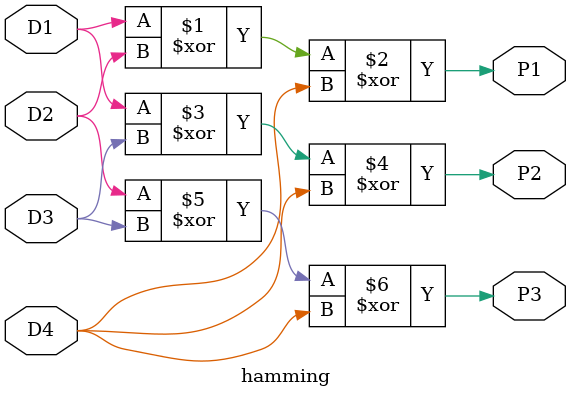
<source format=sv>


module hamming(P1,P2,D1,P3,D2,D3,D4);
  input D1,D2,D3,D4;
  output P1,P2,P3;
  
  assign P1 = D1^D2^D4;
  assign P2 = D1^D3^D4;
  assign P3 = D2^D3^D4;
endmodule
</source>
